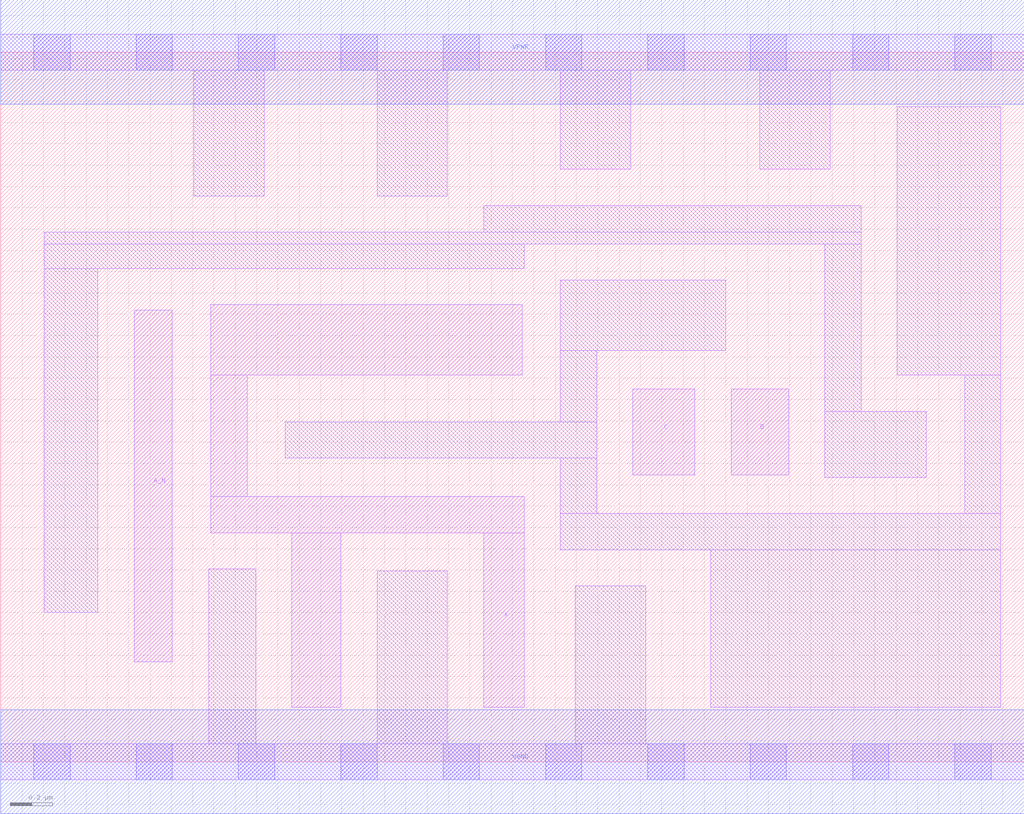
<source format=lef>
# Copyright 2020 The SkyWater PDK Authors
#
# Licensed under the Apache License, Version 2.0 (the "License");
# you may not use this file except in compliance with the License.
# You may obtain a copy of the License at
#
#     https://www.apache.org/licenses/LICENSE-2.0
#
# Unless required by applicable law or agreed to in writing, software
# distributed under the License is distributed on an "AS IS" BASIS,
# WITHOUT WARRANTIES OR CONDITIONS OF ANY KIND, either express or implied.
# See the License for the specific language governing permissions and
# limitations under the License.
#
# SPDX-License-Identifier: Apache-2.0

VERSION 5.7 ;
  NOWIREEXTENSIONATPIN ON ;
  DIVIDERCHAR "/" ;
  BUSBITCHARS "[]" ;
UNITS
  DATABASE MICRONS 200 ;
END UNITS
MACRO sky130_fd_sc_lp__and3b_4
  CLASS CORE ;
  FOREIGN sky130_fd_sc_lp__and3b_4 ;
  ORIGIN  0.000000  0.000000 ;
  SIZE  4.800000 BY  3.330000 ;
  SYMMETRY X Y R90 ;
  SITE unit ;
  PIN A_N
    ANTENNAGATEAREA  0.126000 ;
    DIRECTION INPUT ;
    USE SIGNAL ;
    PORT
      LAYER li1 ;
        RECT 0.625000 0.470000 0.805000 2.120000 ;
    END
  END A_N
  PIN B
    ANTENNAGATEAREA  0.315000 ;
    DIRECTION INPUT ;
    USE SIGNAL ;
    PORT
      LAYER li1 ;
        RECT 3.425000 1.345000 3.695000 1.750000 ;
    END
  END B
  PIN C
    ANTENNAGATEAREA  0.315000 ;
    DIRECTION INPUT ;
    USE SIGNAL ;
    PORT
      LAYER li1 ;
        RECT 2.965000 1.345000 3.255000 1.750000 ;
    END
  END C
  PIN X
    ANTENNADIFFAREA  1.176000 ;
    DIRECTION OUTPUT ;
    USE SIGNAL ;
    PORT
      LAYER li1 ;
        RECT 0.985000 1.075000 2.455000 1.245000 ;
        RECT 0.985000 1.245000 1.155000 1.815000 ;
        RECT 0.985000 1.815000 2.445000 2.145000 ;
        RECT 1.365000 0.255000 1.595000 1.075000 ;
        RECT 2.265000 0.255000 2.455000 1.075000 ;
    END
  END X
  PIN VGND
    DIRECTION INOUT ;
    USE GROUND ;
    PORT
      LAYER met1 ;
        RECT 0.000000 -0.245000 4.800000 0.245000 ;
    END
  END VGND
  PIN VPWR
    DIRECTION INOUT ;
    USE POWER ;
    PORT
      LAYER met1 ;
        RECT 0.000000 3.085000 4.800000 3.575000 ;
    END
  END VPWR
  OBS
    LAYER li1 ;
      RECT 0.000000 -0.085000 4.800000 0.085000 ;
      RECT 0.000000  3.245000 4.800000 3.415000 ;
      RECT 0.205000  0.700000 0.455000 2.315000 ;
      RECT 0.205000  2.315000 2.455000 2.430000 ;
      RECT 0.205000  2.430000 4.035000 2.485000 ;
      RECT 0.905000  2.655000 1.235000 3.245000 ;
      RECT 0.975000  0.085000 1.195000 0.905000 ;
      RECT 1.335000  1.425000 2.795000 1.595000 ;
      RECT 1.765000  0.085000 2.095000 0.895000 ;
      RECT 1.765000  2.655000 2.095000 3.245000 ;
      RECT 2.265000  2.485000 4.035000 2.610000 ;
      RECT 2.625000  0.995000 4.690000 1.165000 ;
      RECT 2.625000  1.165000 2.795000 1.425000 ;
      RECT 2.625000  1.595000 2.795000 1.930000 ;
      RECT 2.625000  1.930000 3.400000 2.260000 ;
      RECT 2.625000  2.780000 2.955000 3.245000 ;
      RECT 2.695000  0.085000 3.025000 0.825000 ;
      RECT 3.330000  0.255000 4.690000 0.995000 ;
      RECT 3.560000  2.780000 3.890000 3.245000 ;
      RECT 3.865000  1.335000 4.340000 1.645000 ;
      RECT 3.865000  1.645000 4.035000 2.430000 ;
      RECT 4.205000  1.815000 4.690000 3.075000 ;
      RECT 4.520000  1.165000 4.690000 1.815000 ;
    LAYER mcon ;
      RECT 0.155000 -0.085000 0.325000 0.085000 ;
      RECT 0.155000  3.245000 0.325000 3.415000 ;
      RECT 0.635000 -0.085000 0.805000 0.085000 ;
      RECT 0.635000  3.245000 0.805000 3.415000 ;
      RECT 1.115000 -0.085000 1.285000 0.085000 ;
      RECT 1.115000  3.245000 1.285000 3.415000 ;
      RECT 1.595000 -0.085000 1.765000 0.085000 ;
      RECT 1.595000  3.245000 1.765000 3.415000 ;
      RECT 2.075000 -0.085000 2.245000 0.085000 ;
      RECT 2.075000  3.245000 2.245000 3.415000 ;
      RECT 2.555000 -0.085000 2.725000 0.085000 ;
      RECT 2.555000  3.245000 2.725000 3.415000 ;
      RECT 3.035000 -0.085000 3.205000 0.085000 ;
      RECT 3.035000  3.245000 3.205000 3.415000 ;
      RECT 3.515000 -0.085000 3.685000 0.085000 ;
      RECT 3.515000  3.245000 3.685000 3.415000 ;
      RECT 3.995000 -0.085000 4.165000 0.085000 ;
      RECT 3.995000  3.245000 4.165000 3.415000 ;
      RECT 4.475000 -0.085000 4.645000 0.085000 ;
      RECT 4.475000  3.245000 4.645000 3.415000 ;
  END
END sky130_fd_sc_lp__and3b_4
END LIBRARY

</source>
